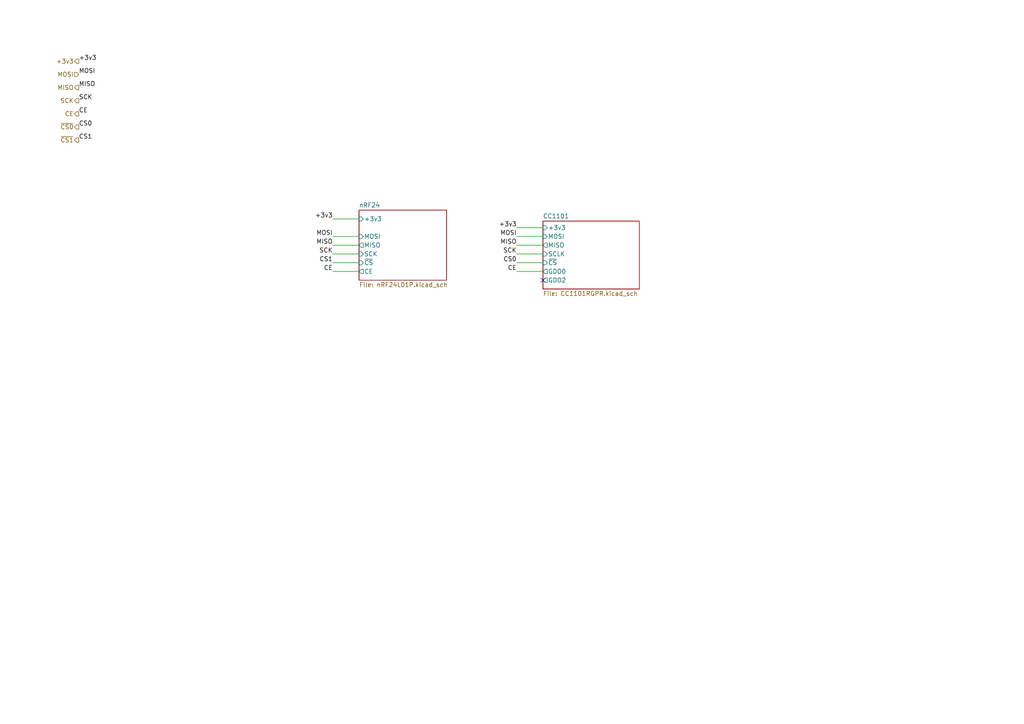
<source format=kicad_sch>
(kicad_sch (version 20230121) (generator eeschema)
  (paper "A4")
  (lib_symbols)
  (no_connect (at 157.48 81.28))
  (wire (pts (xy 96.52 63.5) (xy 104.14 63.5)))
  (wire (pts (xy 149.86 68.58) (xy 157.48 68.58)))
  (wire (pts (xy 149.86 66.04) (xy 157.48 66.04)))
  (wire (pts (xy 96.52 71.12) (xy 104.14 71.12)))
  (wire (pts (xy 149.86 71.12) (xy 157.48 71.12)))
  (wire (pts (xy 149.86 76.2) (xy 157.48 76.2)))
  (wire (pts (xy 96.52 73.66) (xy 104.14 73.66)))
  (wire (pts (xy 96.52 78.74) (xy 104.14 78.74)))
  (wire (pts (xy 96.52 68.58) (xy 104.14 68.58)))
  (wire (pts (xy 149.86 73.66) (xy 157.48 73.66)))
  (wire (pts (xy 96.52 76.2) (xy 104.14 76.2)))
  (wire (pts (xy 149.86 78.74) (xy 157.48 78.74)))
  (label "+3v3" (at 96.52 63.5 180))
  (label "CS0" (at 149.86 76.2 180))
  (label "MISO" (at 149.86 71.12 180))
  (label "SCK" (at 22.86 29.21 0))
  (label "CS1" (at 22.86 40.64 0))
  (label "SCK" (at 149.86 73.66 180))
  (label "+3v3" (at 22.86 17.78 0))
  (label "MOSI" (at 149.86 68.58 180))
  (label "CE" (at 149.86 78.74 180))
  (label "MOSI" (at 96.52 68.58 180))
  (label "CS0" (at 22.86 36.83 0))
  (label "CE" (at 22.86 33.02 0))
  (label "CE" (at 96.52 78.74 180))
  (label "MISO" (at 22.86 25.4 0))
  (label "MOSI" (at 22.86 21.59 0))
  (label "SCK" (at 96.52 73.66 180))
  (label "CS1" (at 96.52 76.2 180))
  (label "+3v3" (at 149.86 66.04 180))
  (label "MISO" (at 96.52 71.12 180))
  (hierarchical_label "~{CS0}" (shape output) (at 22.86 36.83 180))
  (hierarchical_label "~{CS1}" (shape output) (at 22.86 40.64 180))
  (hierarchical_label "MOSI" (shape input) (at 22.86 21.59 180))
  (hierarchical_label "+3v3" (shape output) (at 22.86 17.78 180))
  (hierarchical_label "SCK" (shape output) (at 22.86 29.21 180))
  (hierarchical_label "MISO" (shape output) (at 22.86 25.4 180))
  (hierarchical_label "CE" (shape output) (at 22.86 33.02 180))
  (sheet (at 157.48 64.135) (size 27.94 19.685) (stroke (width 0.1524))
    (property "Sheetname" "CC1101" (at 157.48 63.4234 0) (effects (justify left bottom)))
    (property "Sheetfile" "CC1101RGPR.kicad_sch" (at 157.48 84.4046 0) (effects (justify left top)))
    (pin "+3v3" input (at 157.48 66.04 180))
    (pin "MOSI" input (at 157.48 68.58 180))
    (pin "MISO" output (at 157.48 71.12 180))
    (pin "GDO2" output (at 157.48 81.28 180))
    (pin "SCLK" input (at 157.48 73.66 180))
    (pin "~{CS}" input (at 157.48 76.2 180))
    (pin "GDO0" output (at 157.48 78.74 180))
  )
  (sheet (at 104.14 60.96) (size 25.4 20.32) (stroke (width 0.1524))
    (property "Sheetname" "nRF24" (at 104.14 60.2484 0) (effects (justify left bottom)))
    (property "Sheetfile" "nRF24L01P.kicad_sch" (at 104.14 81.8646 0) (effects (justify left top)))
    (pin "MOSI" input (at 104.14 68.58 180))
    (pin "SCK" input (at 104.14 73.66 180))
    (pin "~{CS}" input (at 104.14 76.2 180))
    (pin "MISO" output (at 104.14 71.12 180))
    (pin "+3v3" input (at 104.14 63.5 180))
    (pin "CE" output (at 104.14 78.74 180))
  )
)
</source>
